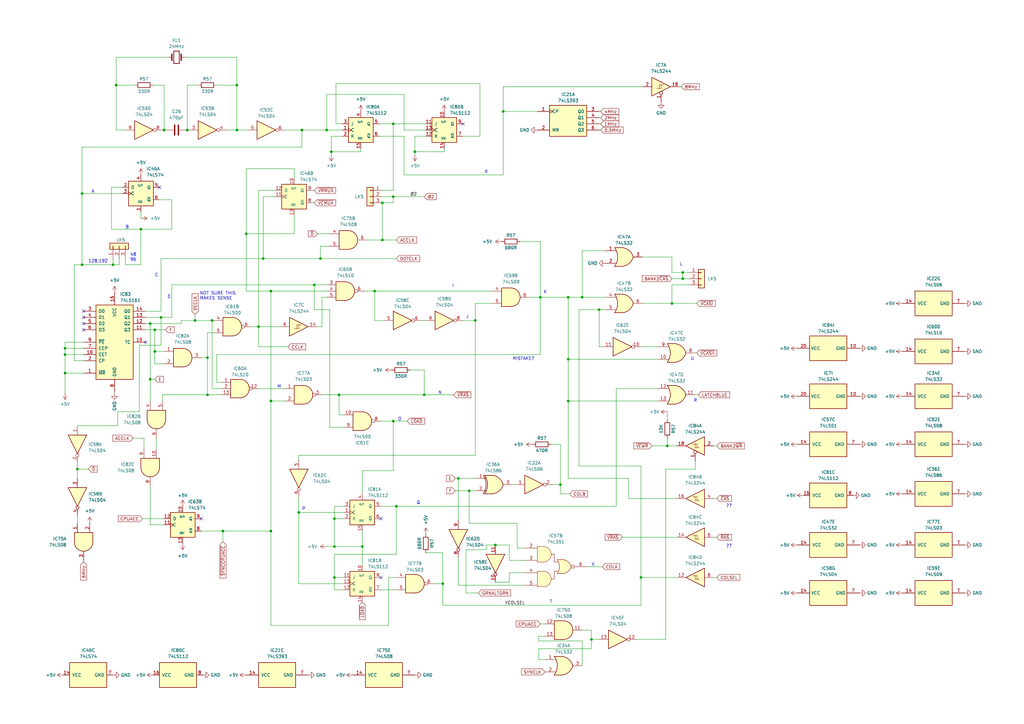
<source format=kicad_sch>
(kicad_sch (version 20230121) (generator eeschema)
  (paper "A3")
  (junction (at 31.75 192.405))
  (junction (at 233.045 164.465))
  (junction (at 273.685 182.88))
  (junction (at 156.845 83.185))
  (junction (at 137.16 212.725))
  (junction (at 97.155 34.925))
  (junction (at 135.89 62.23))
  (junction (at 139.065 161.925))
  (junction (at 107.95 106.045))
  (junction (at 63.5 135.255))
  (junction (at 97.155 53.34))
  (junction (at 137.16 236.855))
  (junction (at 76.835 53.34))
  (junction (at 100.965 95.885))
  (junction (at 194.945 131.445))
  (junction (at 148.59 224.155))
  (junction (at 229.87 198.755))
  (junction (at 161.29 172.72))
  (junction (at 161.29 80.645))
  (junction (at 156.845 98.425))
  (junction (at 280.035 111.76))
  (junction (at 153.67 119.38))
  (junction (at 57.785 93.98))
  (junction (at 187.96 196.215))
  (junction (at 46.355 108.585))
  (junction (at 262.89 236.855))
  (junction (at 26.67 142.875))
  (junction (at 133.985 53.34))
  (junction (at 238.76 121.92))
  (junction (at 192.405 201.295))
  (junction (at 80.01 131.445))
  (junction (at 162.56 207.645))
  (junction (at 33.655 108.585))
  (junction (at 61.595 155.575))
  (junction (at 111.125 217.805))
  (junction (at 111.125 119.38))
  (junction (at 128.905 116.84))
  (junction (at 91.44 217.805))
  (junction (at 233.045 147.32))
  (junction (at 106.045 133.985))
  (junction (at 26.67 145.415))
  (junction (at 170.18 62.23))
  (junction (at 67.31 53.34))
  (junction (at 66.04 130.175))
  (junction (at 245.745 127))
  (junction (at 111.125 164.465))
  (junction (at 242.57 262.255))
  (junction (at 26.67 153.035))
  (junction (at 203.2 223.52))
  (junction (at 221.615 121.92))
  (junction (at 86.995 131.445))
  (junction (at 123.825 53.34))
  (junction (at 122.555 210.185))
  (junction (at 137.16 224.155))
  (junction (at 131.445 106.045))
  (junction (at 47.625 34.925))
  (junction (at 85.09 161.925))
  (junction (at 61.595 132.715))
  (junction (at 181.61 239.395))
  (junction (at 206.375 45.72))
  (junction (at 85.09 146.685))
  (junction (at 275.59 124.46))
  (junction (at 173.99 161.925))
  (junction (at 233.045 121.92))
  (junction (at 33.655 79.375))
  (junction (at 280.035 114.3))
  (junction (at 161.29 50.8))
  (junction (at 63.5 144.145))
  (no_connect (at 82.55 212.725))
  (no_connect (at 34.29 130.175))
  (no_connect (at 156.21 212.725))
  (no_connect (at 34.29 127.635))
  (no_connect (at 34.29 135.255))
  (no_connect (at 59.69 140.335))
  (no_connect (at 65.405 76.835))
  (no_connect (at 156.21 236.855))
  (no_connect (at 34.29 132.715))
  (no_connect (at 189.865 50.8))
  (wire (pts (xy 48.26 168.91) (xy 48.26 174.625)))
  (wire (pts (xy 165.735 38.735) (xy 165.735 53.34)))
  (wire (pts (xy 47.625 53.34) (xy 47.625 34.925)))
  (wire (pts (xy 132.08 133.985) (xy 132.08 121.92)))
  (wire (pts (xy 86.995 131.445) (xy 86.995 159.385)))
  (wire (pts (xy 63.5 144.145) (xy 63.5 135.255)))
  (wire (pts (xy 150.495 98.425) (xy 156.845 98.425)))
  (wire (pts (xy 275.59 105.41) (xy 275.59 111.76)))
  (wire (pts (xy 267.335 182.88) (xy 273.685 182.88)))
  (wire (pts (xy 156.845 98.425) (xy 162.56 98.425)))
  (wire (pts (xy 57.785 89.535) (xy 57.785 86.995)))
  (wire (pts (xy 238.76 262.89) (xy 220.98 262.89)))
  (wire (pts (xy 245.745 142.24) (xy 247.65 142.24)))
  (wire (pts (xy 262.89 236.855) (xy 277.495 236.855)))
  (wire (pts (xy 80.01 128.905) (xy 80.01 131.445)))
  (wire (pts (xy 220.98 262.89) (xy 220.98 260.985)))
  (wire (pts (xy 59.055 179.705) (xy 59.055 184.15)))
  (wire (pts (xy 45.72 76.835) (xy 45.72 93.98)))
  (wire (pts (xy 97.155 53.34) (xy 97.155 34.925)))
  (wire (pts (xy 212.09 214.63) (xy 192.405 214.63)))
  (wire (pts (xy 242.57 266.065) (xy 242.57 262.255)))
  (wire (pts (xy 67.31 53.34) (xy 68.58 53.34)))
  (wire (pts (xy 156.21 207.645) (xy 162.56 207.645)))
  (wire (pts (xy 85.09 161.925) (xy 66.675 161.925)))
  (wire (pts (xy 120.65 95.885) (xy 100.965 95.885)))
  (wire (pts (xy 237.49 127) (xy 237.49 191.135)))
  (wire (pts (xy 123.825 60.325) (xy 33.655 60.325)))
  (wire (pts (xy 88.9 156.845) (xy 90.805 156.845)))
  (wire (pts (xy 88.9 34.925) (xy 97.155 34.925)))
  (wire (pts (xy 148.59 224.155) (xy 148.59 231.775)))
  (wire (pts (xy 257.81 196.215) (xy 257.81 204.47)))
  (wire (pts (xy 58.42 212.725) (xy 67.31 212.725)))
  (wire (pts (xy 186.055 161.925) (xy 173.99 161.925)))
  (wire (pts (xy 133.985 119.38) (xy 111.125 119.38)))
  (wire (pts (xy 133.985 53.34) (xy 140.335 53.34)))
  (wire (pts (xy 135.255 127) (xy 135.255 175.26)))
  (wire (pts (xy 106.045 78.105) (xy 106.045 133.985)))
  (wire (pts (xy 85.09 146.685) (xy 82.55 146.685)))
  (wire (pts (xy 212.09 224.79) (xy 215.265 224.79)))
  (wire (pts (xy 162.56 207.645) (xy 162.56 227.33)))
  (wire (pts (xy 88.9 145.415) (xy 221.615 145.415)))
  (wire (pts (xy 120.65 88.265) (xy 120.65 95.885)))
  (wire (pts (xy 86.995 159.385) (xy 90.805 159.385)))
  (wire (pts (xy 191.135 225.425) (xy 191.135 243.205)))
  (wire (pts (xy 123.825 53.34) (xy 133.985 53.34)))
  (wire (pts (xy 237.49 191.135) (xy 262.89 191.135)))
  (wire (pts (xy 161.29 78.105) (xy 161.29 50.8)))
  (wire (pts (xy 106.045 133.985) (xy 114.935 133.985)))
  (wire (pts (xy 77.47 53.34) (xy 76.835 53.34)))
  (wire (pts (xy 61.595 155.575) (xy 61.595 164.465)))
  (wire (pts (xy 211.455 198.755) (xy 210.185 198.755)))
  (wire (pts (xy 122.555 203.835) (xy 122.555 210.185)))
  (wire (pts (xy 186.69 201.295) (xy 192.405 201.295)))
  (wire (pts (xy 273.685 179.705) (xy 273.685 182.88)))
  (wire (pts (xy 275.59 111.76) (xy 280.035 111.76)))
  (wire (pts (xy 57.15 141.605) (xy 57.15 168.91)))
  (wire (pts (xy 189.865 55.88) (xy 196.85 55.88)))
  (wire (pts (xy 255.27 220.345) (xy 277.495 220.345)))
  (wire (pts (xy 148.59 217.805) (xy 148.59 224.155)))
  (wire (pts (xy 122.555 210.185) (xy 140.97 210.185)))
  (wire (pts (xy 189.865 131.445) (xy 194.945 131.445)))
  (wire (pts (xy 174.625 55.88) (xy 170.18 55.88)))
  (wire (pts (xy 116.84 53.34) (xy 123.825 53.34)))
  (wire (pts (xy 51.435 106.045) (xy 51.435 108.585)))
  (wire (pts (xy 221.615 99.06) (xy 213.36 99.06)))
  (wire (pts (xy 131.445 100.965) (xy 131.445 106.045)))
  (wire (pts (xy 215.265 229.87) (xy 208.915 229.87)))
  (wire (pts (xy 31.75 174.625) (xy 48.26 174.625)))
  (wire (pts (xy 187.96 240.03) (xy 187.96 228.6)))
  (wire (pts (xy 47.625 23.495) (xy 68.58 23.495)))
  (wire (pts (xy 139.065 170.18) (xy 139.065 161.925)))
  (wire (pts (xy 294.005 182.88) (xy 292.735 182.88)))
  (wire (pts (xy 100.965 95.885) (xy 100.965 69.215)))
  (wire (pts (xy 111.125 119.38) (xy 100.965 119.38)))
  (wire (pts (xy 220.98 266.065) (xy 242.57 266.065)))
  (wire (pts (xy 273.05 192.405) (xy 285.115 192.405)))
  (wire (pts (xy 165.735 55.88) (xy 165.735 71.755)))
  (wire (pts (xy 33.655 79.375) (xy 50.165 79.375)))
  (wire (pts (xy 34.29 230.505) (xy 34.29 229.87)))
  (wire (pts (xy 135.89 62.23) (xy 135.89 63.5)))
  (wire (pts (xy 122.555 186.69) (xy 194.945 186.69)))
  (wire (pts (xy 221.615 121.92) (xy 221.615 99.06)))
  (wire (pts (xy 133.985 38.735) (xy 165.735 38.735)))
  (wire (pts (xy 199.39 223.52) (xy 199.39 225.425)))
  (wire (pts (xy 245.745 127) (xy 237.49 127)))
  (wire (pts (xy 26.67 145.415) (xy 26.67 153.035)))
  (wire (pts (xy 153.67 119.38) (xy 201.93 119.38)))
  (wire (pts (xy 70.485 93.98) (xy 70.485 81.915)))
  (wire (pts (xy 246.38 45.72) (xy 245.745 45.72)))
  (wire (pts (xy 34.29 140.335) (xy 26.67 140.335)))
  (wire (pts (xy 51.435 108.585) (xy 57.785 108.585)))
  (wire (pts (xy 170.18 55.88) (xy 170.18 62.23)))
  (wire (pts (xy 137.16 236.855) (xy 140.97 236.855)))
  (wire (pts (xy 246.38 48.26) (xy 245.745 48.26)))
  (wire (pts (xy 85.09 146.685) (xy 85.09 161.925)))
  (wire (pts (xy 221.615 255.905) (xy 223.52 255.905)))
  (wire (pts (xy 273.685 168.91) (xy 273.685 172.085)))
  (wire (pts (xy 46.99 161.29) (xy 46.99 160.655)))
  (wire (pts (xy 173.99 161.925) (xy 139.065 161.925)))
  (wire (pts (xy 130.175 133.985) (xy 132.08 133.985)))
  (wire (pts (xy 156.845 78.105) (xy 161.29 78.105)))
  (wire (pts (xy 87.63 136.525) (xy 85.09 136.525)))
  (wire (pts (xy 67.31 149.225) (xy 63.5 149.225)))
  (wire (pts (xy 248.285 127) (xy 245.745 127)))
  (wire (pts (xy 47.625 34.925) (xy 47.625 23.495)))
  (wire (pts (xy 131.445 106.045) (xy 162.56 106.045)))
  (wire (pts (xy 51.435 53.34) (xy 47.625 53.34)))
  (wire (pts (xy 135.255 175.26) (xy 140.97 175.26)))
  (wire (pts (xy 61.595 132.715) (xy 61.595 155.575)))
  (wire (pts (xy 229.87 202.565) (xy 233.68 202.565)))
  (wire (pts (xy 221.615 145.415) (xy 221.615 121.92)))
  (wire (pts (xy 248.285 102.87) (xy 238.76 102.87)))
  (wire (pts (xy 196.85 34.29) (xy 137.795 34.29)))
  (wire (pts (xy 263.525 105.41) (xy 275.59 105.41)))
  (wire (pts (xy 111.125 217.805) (xy 111.125 256.54)))
  (wire (pts (xy 252.73 159.385) (xy 252.73 207.645)))
  (wire (pts (xy 263.525 124.46) (xy 275.59 124.46)))
  (wire (pts (xy 233.045 164.465) (xy 269.875 164.465)))
  (wire (pts (xy 208.915 238.76) (xy 208.915 234.95)))
  (wire (pts (xy 47.625 34.925) (xy 55.245 34.925)))
  (wire (pts (xy 196.85 55.88) (xy 196.85 34.29)))
  (wire (pts (xy 294.005 236.855) (xy 292.735 236.855)))
  (wire (pts (xy 113.03 78.105) (xy 106.045 78.105)))
  (wire (pts (xy 156.21 241.935) (xy 162.56 241.935)))
  (wire (pts (xy 100.965 119.38) (xy 100.965 95.885)))
  (wire (pts (xy 74.295 132.715) (xy 74.295 131.445)))
  (wire (pts (xy 262.89 191.135) (xy 262.89 236.855)))
  (wire (pts (xy 128.905 83.185) (xy 128.27 83.185)))
  (wire (pts (xy 100.965 69.215) (xy 120.65 69.215)))
  (wire (pts (xy 242.57 258.445) (xy 238.76 258.445)))
  (wire (pts (xy 280.035 111.76) (xy 282.575 111.76)))
  (wire (pts (xy 26.67 153.035) (xy 34.29 153.035)))
  (wire (pts (xy 59.69 130.175) (xy 66.04 130.175)))
  (wire (pts (xy 229.87 182.245) (xy 226.06 182.245)))
  (wire (pts (xy 187.96 196.215) (xy 187.96 213.36)))
  (wire (pts (xy 31.75 192.405) (xy 36.195 192.405)))
  (wire (pts (xy 61.595 199.39) (xy 61.595 215.265)))
  (wire (pts (xy 192.405 214.63) (xy 192.405 201.295)))
  (wire (pts (xy 221.615 121.92) (xy 233.045 121.92)))
  (wire (pts (xy 66.04 127.635) (xy 66.04 106.045)))
  (wire (pts (xy 162.56 227.33) (xy 137.16 227.33)))
  (wire (pts (xy 128.905 127) (xy 135.255 127)))
  (wire (pts (xy 199.39 225.425) (xy 191.135 225.425)))
  (wire (pts (xy 233.045 121.92) (xy 233.045 147.32)))
  (wire (pts (xy 128.905 78.105) (xy 128.27 78.105)))
  (wire (pts (xy 260.985 262.255) (xy 273.05 262.255)))
  (wire (pts (xy 181.61 226.695) (xy 181.61 239.395)))
  (wire (pts (xy 111.125 217.805) (xy 91.44 217.805)))
  (wire (pts (xy 106.045 133.985) (xy 106.045 142.24)))
  (wire (pts (xy 191.135 243.205) (xy 196.215 243.205)))
  (wire (pts (xy 273.685 182.88) (xy 277.495 182.88)))
  (wire (pts (xy 70.485 81.915) (xy 65.405 81.915)))
  (wire (pts (xy 238.76 102.87) (xy 238.76 121.92)))
  (wire (pts (xy 33.655 108.585) (xy 33.655 79.375)))
  (wire (pts (xy 156.845 83.185) (xy 161.29 83.185)))
  (wire (pts (xy 242.57 262.255) (xy 245.745 262.255)))
  (wire (pts (xy 285.115 192.405) (xy 285.115 189.23)))
  (wire (pts (xy 269.875 159.385) (xy 252.73 159.385)))
  (wire (pts (xy 63.5 144.145) (xy 67.31 144.145)))
  (wire (pts (xy 91.44 217.805) (xy 82.55 217.805)))
  (wire (pts (xy 59.69 132.715) (xy 61.595 132.715)))
  (wire (pts (xy 277.495 204.47) (xy 257.81 204.47)))
  (wire (pts (xy 26.67 145.415) (xy 34.29 145.415)))
  (wire (pts (xy 59.69 127.635) (xy 66.04 127.635)))
  (wire (pts (xy 155.575 50.8) (xy 161.29 50.8)))
  (wire (pts (xy 91.44 222.25) (xy 91.44 217.805)))
  (wire (pts (xy 106.045 159.385) (xy 116.84 159.385)))
  (wire (pts (xy 26.67 142.875) (xy 26.67 145.415)))
  (wire (pts (xy 107.95 106.045) (xy 131.445 106.045)))
  (wire (pts (xy 26.67 142.875) (xy 34.29 142.875)))
  (wire (pts (xy 76.835 53.34) (xy 76.2 53.34)))
  (wire (pts (xy 26.67 140.335) (xy 26.67 142.875)))
  (wire (pts (xy 153.67 131.445) (xy 157.48 131.445)))
  (wire (pts (xy 159.385 236.855) (xy 162.56 236.855)))
  (wire (pts (xy 111.125 164.465) (xy 111.125 217.805)))
  (wire (pts (xy 229.87 198.755) (xy 229.87 182.245)))
  (wire (pts (xy 31.75 192.405) (xy 31.75 196.215)))
  (wire (pts (xy 246.38 53.34) (xy 245.745 53.34)))
  (wire (pts (xy 137.795 50.8) (xy 140.335 50.8)))
  (wire (pts (xy 203.2 223.52) (xy 199.39 223.52)))
  (wire (pts (xy 285.75 144.78) (xy 285.115 144.78)))
  (wire (pts (xy 66.04 130.175) (xy 70.485 130.175)))
  (wire (pts (xy 70.485 130.175) (xy 70.485 116.84)))
  (wire (pts (xy 128.905 116.84) (xy 128.905 127)))
  (wire (pts (xy 122.555 188.595) (xy 122.555 186.69)))
  (wire (pts (xy 206.375 71.755) (xy 206.375 45.72)))
  (wire (pts (xy 66.675 53.34) (xy 67.31 53.34)))
  (wire (pts (xy 66.04 106.045) (xy 107.95 106.045)))
  (wire (pts (xy 34.29 147.955) (xy 30.48 147.955)))
  (wire (pts (xy 137.795 34.29) (xy 137.795 50.8)))
  (wire (pts (xy 233.045 164.465) (xy 233.045 196.215)))
  (wire (pts (xy 177.8 239.395) (xy 181.61 239.395)))
  (wire (pts (xy 212.09 224.79) (xy 212.09 214.63)))
  (wire (pts (xy 206.375 45.72) (xy 220.345 45.72)))
  (wire (pts (xy 31.75 189.865) (xy 31.75 192.405)))
  (wire (pts (xy 226.695 198.755) (xy 229.87 198.755)))
  (wire (pts (xy 275.59 114.3) (xy 280.035 114.3)))
  (wire (pts (xy 269.875 142.24) (xy 262.89 142.24)))
  (wire (pts (xy 194.945 131.445) (xy 194.945 186.69)))
  (wire (pts (xy 97.155 23.495) (xy 76.2 23.495)))
  (wire (pts (xy 275.59 124.46) (xy 275.59 116.84)))
  (wire (pts (xy 208.915 229.87) (xy 208.915 223.52)))
  (wire (pts (xy 111.125 256.54) (xy 159.385 256.54)))
  (wire (pts (xy 88.9 145.415) (xy 88.9 156.845)))
  (wire (pts (xy 173.99 151.765) (xy 173.99 161.925)))
  (wire (pts (xy 238.76 273.05) (xy 238.76 262.89)))
  (wire (pts (xy 140.335 55.88) (xy 135.89 55.88)))
  (wire (pts (xy 139.065 161.925) (xy 132.08 161.925)))
  (wire (pts (xy 223.52 270.51) (xy 220.98 270.51)))
  (wire (pts (xy 182.245 62.23) (xy 170.18 62.23)))
  (wire (pts (xy 46.355 108.585) (xy 33.655 108.585)))
  (wire (pts (xy 137.16 224.155) (xy 148.59 224.155)))
  (wire (pts (xy 63.5 149.225) (xy 63.5 144.145)))
  (wire (pts (xy 181.61 239.395) (xy 181.61 248.285)))
  (wire (pts (xy 172.72 131.445) (xy 174.625 131.445)))
  (wire (pts (xy 85.09 136.525) (xy 85.09 146.685)))
  (wire (pts (xy 64.135 184.15) (xy 64.135 179.705)))
  (wire (pts (xy 57.785 93.98) (xy 70.485 93.98)))
  (wire (pts (xy 57.15 168.91) (xy 48.26 168.91)))
  (wire (pts (xy 208.915 223.52) (xy 203.2 223.52)))
  (wire (pts (xy 137.16 212.725) (xy 137.16 224.155)))
  (wire (pts (xy 107.95 80.645) (xy 107.95 106.045)))
  (wire (pts (xy 140.97 170.18) (xy 139.065 170.18)))
  (wire (pts (xy 137.16 207.645) (xy 137.16 212.725)))
  (wire (pts (xy 280.035 111.76) (xy 280.035 114.3)))
  (wire (pts (xy 123.825 53.34) (xy 123.825 60.325)))
  (wire (pts (xy 233.045 147.32) (xy 269.875 147.32)))
  (wire (pts (xy 106.045 142.24) (xy 118.11 142.24)))
  (wire (pts (xy 161.29 50.8) (xy 174.625 50.8)))
  (wire (pts (xy 275.59 116.84) (xy 282.575 116.84)))
  (wire (pts (xy 57.785 108.585) (xy 57.785 93.98)))
  (wire (pts (xy 122.555 239.395) (xy 140.97 239.395)))
  (wire (pts (xy 133.985 224.155) (xy 137.16 224.155)))
  (wire (pts (xy 220.98 270.51) (xy 220.98 266.065)))
  (wire (pts (xy 156.845 80.645) (xy 161.29 80.645)))
  (wire (pts (xy 262.89 248.285) (xy 262.89 236.855)))
  (wire (pts (xy 147.955 60.96) (xy 147.955 62.23)))
  (wire (pts (xy 246.38 50.8) (xy 245.745 50.8)))
  (wire (pts (xy 181.61 248.285) (xy 262.89 248.285)))
  (wire (pts (xy 187.96 196.215) (xy 194.945 196.215)))
  (wire (pts (xy 130.175 95.885) (xy 135.255 95.885)))
  (wire (pts (xy 97.155 34.925) (xy 97.155 23.495)))
  (wire (pts (xy 48.895 106.045) (xy 48.895 108.585)))
  (wire (pts (xy 161.29 83.185) (xy 161.29 80.645)))
  (wire (pts (xy 208.915 234.95) (xy 215.265 234.95)))
  (wire (pts (xy 70.485 116.84) (xy 128.905 116.84)))
  (wire (pts (xy 74.295 131.445) (xy 80.01 131.445)))
  (wire (pts (xy 50.165 76.835) (xy 45.72 76.835)))
  (wire (pts (xy 148.59 202.565) (xy 148.59 193.04)))
  (wire (pts (xy 61.595 215.265) (xy 67.31 215.265)))
  (wire (pts (xy 233.045 121.92) (xy 238.76 121.92)))
  (wire (pts (xy 33.655 60.325) (xy 33.655 79.375)))
  (wire (pts (xy 233.045 147.32) (xy 233.045 164.465)))
  (wire (pts (xy 113.03 80.645) (xy 107.95 80.645)))
  (wire (pts (xy 161.29 193.04) (xy 161.29 172.72)))
  (wire (pts (xy 286.385 161.925) (xy 285.115 161.925)))
  (wire (pts (xy 229.87 202.565) (xy 229.87 198.755)))
  (wire (pts (xy 85.09 161.925) (xy 90.805 161.925)))
  (wire (pts (xy 63.5 135.255) (xy 67.945 135.255)))
  (wire (pts (xy 61.595 155.575) (xy 63.5 155.575)))
  (wire (pts (xy 30.48 147.955) (xy 30.48 108.585)))
  (wire (pts (xy 135.89 55.88) (xy 135.89 62.23)))
  (wire (pts (xy 106.045 133.985) (xy 102.87 133.985)))
  (wire (pts (xy 122.555 210.185) (xy 122.555 239.395)))
  (wire (pts (xy 148.59 193.04) (xy 161.29 193.04)))
  (wire (pts (xy 194.945 124.46) (xy 201.93 124.46)))
  (wire (pts (xy 66.04 141.605) (xy 57.15 141.605)))
  (wire (pts (xy 159.385 256.54) (xy 159.385 236.855)))
  (wire (pts (xy 242.57 262.255) (xy 242.57 258.445)))
  (wire (pts (xy 45.72 93.98) (xy 57.785 93.98)))
  (wire (pts (xy 46.355 106.045) (xy 46.355 108.585)))
  (wire (pts (xy 31.75 214.63) (xy 31.75 211.455)))
  (wire (pts (xy 120.65 69.215) (xy 120.65 73.025)))
  (wire (pts (xy 137.16 212.725) (xy 140.97 212.725)))
  (wire (pts (xy 245.745 127) (xy 245.745 142.24)))
  (wire (pts (xy 48.895 108.585) (xy 46.355 108.585)))
  (wire (pts (xy 215.265 240.03) (xy 187.96 240.03)))
  (wire (pts (xy 81.28 34.925) (xy 76.835 34.925)))
  (wire (pts (xy 280.035 114.3) (xy 282.575 114.3)))
  (wire (pts (xy 66.04 130.175) (xy 66.04 141.605)))
  (wire (pts (xy 220.98 260.985) (xy 223.52 260.985)))
  (wire (pts (xy 233.045 196.215) (xy 257.81 196.215)))
  (wire (pts (xy 135.255 100.965) (xy 131.445 100.965)))
  (wire (pts (xy 273.05 262.255) (xy 273.05 192.405)))
  (wire (pts (xy 66.675 161.925) (xy 66.675 164.465)))
  (wire (pts (xy 54.61 179.705) (xy 59.055 179.705)))
  (wire (pts (xy 140.97 207.645) (xy 137.16 207.645)))
  (wire (pts (xy 30.48 108.585) (xy 33.655 108.585)))
  (wire (pts (xy 132.08 121.92) (xy 133.985 121.92)))
  (wire (pts (xy 173.99 151.765) (xy 168.275 151.765)))
  (wire (pts (xy 101.6 53.34) (xy 97.155 53.34)))
  (wire (pts (xy 67.31 34.925) (xy 67.31 53.34)))
  (wire (pts (xy 162.56 207.645) (xy 252.73 207.645)))
  (wire (pts (xy 170.18 62.23) (xy 170.18 63.5)))
  (wire (pts (xy 80.01 131.445) (xy 86.995 131.445)))
  (wire (pts (xy 279.4 35.56) (xy 278.765 35.56)))
  (wire (pts (xy 247.015 232.41) (xy 240.665 232.41)))
  (wire (pts (xy 153.67 119.38) (xy 153.67 131.445)))
  (wire (pts (xy 294.005 204.47) (xy 292.735 204.47)))
  (wire (pts (xy 161.29 172.72) (xy 156.21 172.72)))
  (wire (pts (xy 167.005 172.72) (xy 161.29 172.72)))
  (wire (pts (xy 217.17 121.92) (xy 221.615 121.92)))
  (wire (pts (xy 203.2 238.76) (xy 208.915 238.76)))
  (wire (pts (xy 186.69 196.215) (xy 187.96 196.215)))
  (wire (pts (xy 263.525 35.56) (xy 206.375 35.56)))
  (wire (pts (xy 238.76 121.92) (xy 248.285 121.92)))
  (wire (pts (xy 165.735 71.755) (xy 206.375 71.755)))
  (wire (pts (xy 155.575 55.88) (xy 165.735 55.88)))
  (wire (pts (xy 137.16 227.33) (xy 137.16 236.855)))
  (wire (pts (xy 192.405 201.295) (xy 194.945 201.295)))
  (wire (pts (xy 61.595 132.715) (xy 74.295 132.715)))
  (wire (pts (xy 174.625 226.695) (xy 181.61 226.695)))
  (wire (pts (xy 133.985 53.34) (xy 133.985 38.735)))
  (wire (pts (xy 63.5 135.255) (xy 59.69 135.255)))
  (wire (pts (xy 128.905 116.84) (xy 133.985 116.84)))
  (wire (pts (xy 111.125 119.38) (xy 111.125 164.465)))
  (wire (pts (xy 165.735 53.34) (xy 174.625 53.34)))
  (wire (pts (xy 76.835 34.925) (xy 76.835 53.34)))
  (wire (pts (xy 86.995 131.445) (xy 87.63 131.445)))
  (wire (pts (xy 140.97 241.935) (xy 137.16 241.935)))
  (wire (pts (xy 206.375 35.56) (xy 206.375 45.72)))
  (wire (pts (xy 26.67 153.035) (xy 26.67 161.29)))
  (wire (pts (xy 92.71 53.34) (xy 97.155 53.34)))
  (wire (pts (xy 294.005 220.345) (xy 292.735 220.345)))
  (wire (pts (xy 111.125 164.465) (xy 116.84 164.465)))
  (wire (pts (xy 137.16 241.935) (xy 137.16 236.855)))
  (wire (pts (xy 182.245 60.96) (xy 182.245 62.23)))
  (wire (pts (xy 149.225 119.38) (xy 153.67 119.38)))
  (wire (pts (xy 62.865 34.925) (xy 67.31 34.925)))
  (wire (pts (xy 161.29 80.645) (xy 173.99 80.645)))
  (wire (pts (xy 156.845 83.185) (xy 156.845 98.425)))
  (wire (pts (xy 275.59 124.46) (xy 285.75 124.46)))
  (wire (pts (xy 147.955 62.23) (xy 135.89 62.23)))
  (wire (pts (xy 194.945 131.445) (xy 194.945 124.46)))
  (text "U" (at 283.21 147.955 0) (effects (font (size 1.27 1.27)) (justify left bottom)))
  (text "K" (at 222.885 120.65 0) (effects (font (size 1.27 1.27)) (justify left bottom)))
  (text "R" (at 284.48 165.1 0) (effects (font (size 1.27 1.27)) (justify left bottom)))
  (text "I" (at 185.42 118.11 0) (effects (font (size 1.27 1.27)) (justify left bottom)))
  (text "P" (at 123.825 209.55 0) (effects (font (size 1.27 1.27)) (justify left bottom)))
  (text "128,192" (at 36.195 107.95 0) (effects (font (size 1.27 1.27)) (justify left bottom)))
  (text "B" (at 51.435 93.98 0) (effects (font (size 1.27 1.27)) (justify left bottom)))
  (text "A" (at 37.465 79.375 0) (effects (font (size 1.27 1.27)) (justify left bottom)))
  (text "??" (at 297.815 208.28 0) (effects (font (size 1.27 1.27)) (justify left bottom)))
  (text "N" (at 179.705 161.925 0) (effects (font (size 1.27 1.27)) (justify left bottom)))
  (text "C" (at 63.5 113.665 0) (effects (font (size 1.27 1.27)) (justify left bottom)))
  (text "d" (at 198.755 71.12 0) (effects (font (size 1.27 1.27)) (justify left bottom)))
  (text "D" (at 68.58 122.555 0) (effects (font (size 1.27 1.27)) (justify left bottom)))
  (text "48\n96" (at 53.34 107.315 0) (effects (font (size 1.27 1.27)) (justify left bottom)))
  (text "L" (at 278.765 109.22 0) (effects (font (size 1.27 1.27)) (justify left bottom)))
  (text "J" (at 191.135 130.81 0) (effects (font (size 1.27 1.27)) (justify left bottom)))
  (text "??" (at 297.815 224.79 0) (effects (font (size 1.27 1.27)) (justify left bottom)))
  (text "X" (at 242.57 232.41 0) (effects (font (size 1.27 1.27)) (justify left bottom)))
  (text "NOT SURE THIS\nMAKES SENSE" (at 81.915 123.19 0) (effects (font (size 1.27 1.27)) (justify left bottom)))
  (text "MISTAKE?" (at 210.185 147.955 0) (effects (font (size 1.27 1.27)) (justify left bottom)))
  (text "T" (at 225.425 247.65 0) (effects (font (size 1.27 1.27)) (justify left bottom)))
  (text "O" (at 163.195 172.72 0) (effects (font (size 1.27 1.27)) (justify left bottom)))
  (text "M" (at 113.665 159.385 0) (effects (font (size 1.27 1.27)) (justify left bottom)))
  (text "Q" (at 170.815 207.01 0) (effects (font (size 1.27 1.27)) (justify left bottom)))
  (label "VCOLSEL" (at 207.01 248.285 0))
  (label "Ø2" (at 168.275 80.645 0))
  (global_label "ACCLK" (shape input) (at 54.61 179.705 180) (property "Intersheetrefs" "${INTERSHEET_REFS}" (effects hide)))
  (global_label "~{VCASI}" (shape input) (at 285.75 124.46 0) (property "Intersheetrefs" "${INTERSHEET_REFS}" (effects hide)))
  (global_label "E" (shape input) (at 186.69 196.215 180) (property "Intersheetrefs" "${INTERSHEET_REFS}" (effects hide)))
  (global_label "8MHz" (shape input) (at 279.4 35.56 0) (property "Intersheetrefs" "${INTERSHEET_REFS}" (effects hide)))
  (global_label "Ø2" (shape input) (at 173.99 80.645 0) (property "Intersheetrefs" "${INTERSHEET_REFS}" (effects hide)))
  (global_label "~{D}" (shape input) (at 36.195 192.405 0) (property "Intersheetrefs" "${INTERSHEET_REFS}" (effects hide)))
  (global_label "~{VCASII}" (shape input) (at 285.75 144.78 0) (property "Intersheetrefs" "${INTERSHEET_REFS}" (effects hide)))
  (global_label "0.5MHz" (shape input) (at 246.38 53.34 0) (property "Intersheetrefs" "${INTERSHEET_REFS}" (effects hide)))
  (global_label "CPUACC" (shape input) (at 58.42 212.725 180) (property "Intersheetrefs" "${INTERSHEET_REFS}" (effects hide)))
  (global_label "~{VEWR}" (shape input) (at 267.335 182.88 180) (property "Intersheetrefs" "${INTERSHEET_REFS}" (effects hide)))
  (global_label "~{SYNCCPUACC}" (shape input) (at 91.44 222.25 270) (property "Intersheetrefs" "${INTERSHEET_REFS}" (effects hide)))
  (global_label "GRNALTGRN" (shape input) (at 196.215 243.205 0) (property "Intersheetrefs" "${INTERSHEET_REFS}" (effects hide)))
  (global_label "CCLK" (shape input) (at 118.11 142.24 0) (property "Intersheetrefs" "${INTERSHEET_REFS}" (effects hide)))
  (global_label "BANK2~{CAS}" (shape input) (at 275.59 114.3 180) (property "Intersheetrefs" "${INTERSHEET_REFS}" (effects hide)))
  (global_label "COLB" (shape input) (at 233.68 202.565 0) (property "Intersheetrefs" "${INTERSHEET_REFS}" (effects hide)))
  (global_label "~{VRMUX}" (shape input) (at 128.905 78.105 0) (property "Intersheetrefs" "${INTERSHEET_REFS}" (effects hide)))
  (global_label "F" (shape input) (at 67.945 135.255 0) (property "Intersheetrefs" "${INTERSHEET_REFS}" (effects hide)))
  (global_label "COLSEL" (shape input) (at 294.005 236.855 0) (property "Intersheetrefs" "${INTERSHEET_REFS}" (effects hide)))
  (global_label "~{LOAD}" (shape input) (at 148.59 247.015 270) (property "Intersheetrefs" "${INTERSHEET_REFS}" (effects hide)))
  (global_label "~{VRAS}" (shape input) (at 186.055 161.925 0) (property "Intersheetrefs" "${INTERSHEET_REFS}" (effects hide)))
  (global_label "DECLK" (shape input) (at 80.01 128.905 90) (property "Intersheetrefs" "${INTERSHEET_REFS}" (effects hide)))
  (global_label "~{VRAS}" (shape input) (at 255.27 220.345 180) (property "Intersheetrefs" "${INTERSHEET_REFS}" (effects hide)))
  (global_label "4MHz" (shape input) (at 246.38 45.72 0) (property "Intersheetrefs" "${INTERSHEET_REFS}" (effects hide)))
  (global_label "BANK2~{WR}" (shape input) (at 294.005 182.88 0) (property "Intersheetrefs" "${INTERSHEET_REFS}" (effects hide)))
  (global_label "2MHz" (shape input) (at 246.38 48.26 0) (property "Intersheetrefs" "${INTERSHEET_REFS}" (effects hide)))
  (global_label "~{VCMUX}" (shape input) (at 128.905 83.185 0) (property "Intersheetrefs" "${INTERSHEET_REFS}" (effects hide)))
  (global_label "1MHz" (shape input) (at 246.38 50.8 0) (property "Intersheetrefs" "${INTERSHEET_REFS}" (effects hide)))
  (global_label "DOTCLK" (shape input) (at 162.56 106.045 0) (property "Intersheetrefs" "${INTERSHEET_REFS}" (effects hide)))
  (global_label "COLA" (shape input) (at 247.015 232.41 0) (property "Intersheetrefs" "${INTERSHEET_REFS}" (effects hide)))
  (global_label "~{CAS}" (shape input) (at 294.005 204.47 0) (property "Intersheetrefs" "${INTERSHEET_REFS}" (effects hide)))
  (global_label "CPUACC" (shape input) (at 221.615 255.905 180) (property "Intersheetrefs" "${INTERSHEET_REFS}" (effects hide)))
  (global_label "~{D}" (shape input) (at 130.175 95.885 180) (property "Intersheetrefs" "${INTERSHEET_REFS}" (effects hide)))
  (global_label "LATCHBLUE" (shape input) (at 286.385 161.925 0) (property "Intersheetrefs" "${INTERSHEET_REFS}" (effects hide)))
  (global_label "6MHz" (shape input) (at 34.29 230.505 270) (property "Intersheetrefs" "${INTERSHEET_REFS}" (effects hide)))
  (global_label "~{RAS}" (shape input) (at 294.005 220.345 0) (property "Intersheetrefs" "${INTERSHEET_REFS}" (effects hide)))
  (global_label "SYNCLK" (shape input) (at 223.52 275.59 180) (property "Intersheetrefs" "${INTERSHEET_REFS}" (effects hide)))
  (global_label "ACCLK" (shape input) (at 162.56 98.425 0) (property "Intersheetrefs" "${INTERSHEET_REFS}" (effects hide)))
  (global_label "F" (shape input) (at 186.69 201.295 180) (property "Intersheetrefs" "${INTERSHEET_REFS}" (effects hide)))
  (global_label "E" (shape input) (at 63.5 155.575 0) (property "Intersheetrefs" "${INTERSHEET_REFS}" (effects hide)))
  (global_label "~{LOAD}" (shape input) (at 167.005 172.72 0) (property "Intersheetrefs" "${INTERSHEET_REFS}" (effects hide)))
  (symbol (lib_id "power:+5V") (at 370.205 182.245 90) (unit 1)
    (property "Reference" "#PWR015" (effects hide))
    (property "Value" "+5V" (at 367.03 182.245 90) (effects (justify left)))
    (instances (project "lynx128" (path "" (reference "#PWR015") (unit 1)) (path "" (reference "#PWR088") (unit 1)) (path "" (reference "#PWR0147") (unit 1))))
  )
  (symbol (lib_id "power:GND") (at 271.145 41.91 0) (mirror y) (unit 1)
    (property "Reference" "#PWR011" (effects hide))
    (property "Value" "GND" (at 271.145 46.355 0))
  )
  (symbol (lib_id "74xx:74LS32") (at 255.905 105.41 0) (unit 1)
    (property "Reference" "IC47" (at 255.905 97.155 0))
    (property "Value" "74LS32" (at 255.905 99.695 0))
    (property "Footprint" "LYNX:DIP-14_W7.62mm" (effects hide))
    (property "Datasheet" "http://www.ti.com/lit/gpn/sn74LS32" (effects hide))
  )
  (symbol (lib_id "power:+5V") (at 74.93 222.885 180) (unit 1)
    (property "Reference" "#PWR015" (effects hide))
    (property "Value" "+5V" (at 74.93 227.965 0))
    (instances (project "lynx128" (path "" (reference "#PWR015") (unit 1)) (path "" (reference "#PWR088") (unit 1)) (path "" (reference "#PWR0151") (unit 1))))
  )
  (symbol (lib_id "74xx:74LS08") (at 61.595 191.77 90) (mirror x) (unit 3)
    (property "Reference" "IC82" (at 55.245 190.4917 90) (effects (justify left)))
    (property "Value" "74LS08" (at 55.245 193.0317 90) (effects (justify left)))
    (property "Footprint" "LYNX:DIP-14_W7.62mm" (effects hide))
    (property "Datasheet" "http://www.ti.com/lit/gpn/sn74LS08" (effects hide))
  )
  (symbol (lib_id "74xx:74LS08") (at 382.905 182.245 90) (unit 5)
    (property "Reference" "IC82" (at 382.905 172.085 90))
    (property "Value" "74LS08" (at 382.905 174.625 90))
    (property "Footprint" "LYNX:DIP-14_W7.62mm" (effects hide))
    (property "Datasheet" "http://www.ti.com/lit/gpn/sn74LS08" (effects hide))
  )
  (symbol (lib_id "74xx:74LS04") (at 31.75 203.835 270) (unit 2)
    (property "Reference" "IC58" (at 36.195 202.565 90) (effects (justify left)))
    (property "Value" "74LS04" (at 36.195 205.105 90) (effects (justify left)))
    (property "Footprint" "LYNX:DIP-14_W7.62mm" (effects hide))
    (property "Datasheet" "http://www.ti.com/lit/gpn/sn74LS04" (effects hide))
  )
  (symbol (lib_id "74xx:74LS112") (at 182.245 53.34 0) (unit 2)
    (property "Reference" "IC80" (at 184.4391 43.815 0) (effects (justify left)))
    (property "Value" "74LS112" (at 184.4391 46.355 0) (effects (justify left)))
    (property "Footprint" "LYNX:DIP-16_W7.62mm" (effects hide))
    (property "Datasheet" "http://www.ti.com/lit/gpn/sn74LS112" (effects hide))
  )
  (symbol (lib_id "74xx:74LS32") (at 255.905 124.46 0) (unit 2)
    (property "Reference" "IC47" (at 255.905 116.205 0))
    (property "Value" "74LS32" (at 255.905 118.745 0))
    (property "Footprint" "LYNX:DIP-14_W7.62mm" (effects hide))
    (property "Datasheet" "http://www.ti.com/lit/gpn/sn74LS32" (effects hide))
  )
  (symbol (lib_id "power:GND") (at 395.605 124.46 90) (mirror x) (unit 1)
    (property "Reference" "#PWR040" (effects hide))
    (property "Value" "GND" (at 398.78 124.46 90) (effects (justify right)))
    (instances (project "lynx128" (path "" (reference "#PWR040") (unit 1)) (path "" (reference "#PWR048") (unit 1)) (path "" (reference "#PWR051") (unit 1)) (path "" (reference "#PWR087") (unit 1)) (path "" (reference "#PWR0177") (unit 1))))
  )
  (symbol (lib_id "74xx:74LS08") (at 74.93 146.685 0) (unit 1)
    (property "Reference" "IC82" (at 74.9217 137.795 0))
    (property "Value" "74LS08" (at 74.9217 140.335 0))
    (property "Footprint" "LYNX:DIP-14_W7.62mm" (effects hide))
    (property "Datasheet" "http://www.ti.com/lit/gpn/sn74LS08" (effects hide))
  )
  (symbol (lib_id "power:+5V") (at 26.67 161.29 180) (unit 1)
    (property "Reference" "#PWR015" (effects hide))
    (property "Value" "+5V" (at 26.67 165.735 0))
    (instances (project "lynx128" (path "" (reference "#PWR015") (unit 1)) (path "" (reference "#PWR088") (unit 1)) (path "" (reference "#PWR0143") (unit 1))))
  )
  (symbol (lib_id "74xx:74LS244_Split") (at 285.115 236.855 0) (mirror y) (unit 4)
    (property "Reference" "IC84" (at 285.115 228.6 0))
    (property "Value" "74LS244" (at 285.115 231.14 0))
    (property "Footprint" "LYNX:DIP-20_W7.62mm" (effects hide))
    (property "Datasheet" "http://www.ti.com/lit/ds/symlink/sn74ls241.pdf" (effects hide))
  )
  (symbol (lib_id "Device:C") (at 72.39 53.34 90) (unit 1)
    (property "Reference" "C26" (at 72.39 45.72 90))
    (property "Value" "470pF" (at 72.39 48.26 90))
    (property "Footprint" "LYNX:C_Disc_5.08mm - Large Box" (effects hide))
    (instances (project "lynx128" (path "" (reference "C26") (unit 1)) (path "" (reference "C46") (unit 1))))
  )
  (symbol (lib_id "74xx:74LS04") (at 203.2 231.14 270) (unit 5)
    (property "Reference" "IC58" (at 194.31 230.505 90) (effects (justify left)))
    (property "Value" "74LS04" (at 194.31 233.045 90) (effects (justify left)))
    (property "Footprint" "LYNX:DIP-14_W7.62mm" (effects hide))
    (property "Datasheet" "http://www.ti.com/lit/gpn/sn74LS04" (effects hide))
  )
  (symbol (lib_id "74xx:74LS08") (at 142.875 98.425 0) (unit 2)
    (property "Reference" "IC75" (at 142.8667 89.535 0))
    (property "Value" "74LS08" (at 142.8667 92.075 0))
    (property "Footprint" "LYNX:DIP-14_W7.62mm" (effects hide))
    (property "Datasheet" "http://www.ti.com/lit/gpn/sn74LS08" (effects hide))
  )
  (symbol (lib_id "74xx:74LS244_Split") (at 122.555 133.985 0) (unit 3)
    (property "Reference" "IC7" (at 122.555 125.095 0))
    (property "Value" "74LS244" (at 122.555 127.635 0))
    (property "Footprint" "LYNX:DIP-20_W7.62mm" (effects hide))
    (property "Datasheet" "http://www.ti.com/lit/ds/symlink/sn74ls241.pdf" (effects hide))
  )
  (symbol (lib_id "power:+5V") (at 370.205 243.205 90) (unit 1)
    (property "Reference" "#PWR015" (effects hide))
    (property "Value" "+5V" (at 367.03 243.205 90) (effects (justify left)))
    (instances (project "lynx128" (path "" (reference "#PWR015") (unit 1)) (path "" (reference "#PWR088") (unit 1)) (path "" (reference "#PWR0153") (unit 1))))
  )
  (symbol (lib_id "Device:R") (at 273.685 175.895 0) (unit 1)
    (property "Reference" "R57" (at 276.225 175.895 90))
    (property "Value" "10K" (at 271.145 175.895 90))
    (property "Footprint" "LYNX:Resistor 10.16mm" (effects hide))
    (instances (project "lynx128" (path "" (reference "R57") (unit 1)) (path "" (reference "R78") (unit 1))))
  )
  (symbol (lib_id "power:+5V") (at 160.655 151.765 90) (unit 1)
    (property "Reference" "#PWR015" (effects hide))
    (property "Value" "+5V" (at 156.845 151.765 90) (effects (justify left)))
    (instances (project "lynx128" (path "" (reference "#PWR015") (unit 1)) (path "" (reference "#PWR088") (unit 1)) (path "" (reference "#PWR0161") (unit 1))))
  )
  (symbol (lib_id "power:+5V") (at 74.93 207.645 0) (unit 1)
    (property "Reference" "#PWR015" (effects hide))
    (property "Value" "+5V" (at 74.93 203.2 0))
    (instances (project "lynx128" (path "" (reference "#PWR015") (unit 1)) (path "" (reference "#PWR088") (unit 1)) (path "" (reference "#PWR0152") (unit 1))))
  )
  (symbol (lib_id "power:GND") (at 395.605 202.565 90) (mirror x) (unit 1)
    (property "Reference" "#PWR040" (effects hide))
    (property "Value" "GND" (at 398.78 202.565 90) (effects (justify right)))
    (instances (project "lynx128" (path "" (reference "#PWR040") (unit 1)) (path "" (reference "#PWR048") (unit 1)) (path "" (reference "#PWR051") (unit 1)) (path "" (reference "#PWR087") (unit 1)) (path "" (reference "#PWR0175") (unit 1))))
  )
  (symbol (lib_id "power:GND") (at 395.605 162.56 90) (mirror x) (unit 1)
    (property "Reference" "#PWR040" (effects hide))
    (property "Value" "GND" (at 398.78 162.56 90) (effects (justify right)))
    (instances (project "lynx128" (path "" (reference "#PWR040") (unit 1)) (path "" (reference "#PWR048") (unit 1)) (path "" (reference "#PWR051") (unit 1)) (path "" (reference "#PWR087") (unit 1)) (path "" (reference "#PWR0168") (unit 1))))
  )
  (symbol (lib_id "74xx:74LS00") (at 148.59 172.72 0) (mirror x) (unit 3)
    (property "Reference" "IC61" (at 148.5817 181.61 0))
    (property "Value" "74LS00" (at 148.5817 179.07 0))
    (property "Footprint" "LYNX:DIP-14_W7.62mm" (effects hide))
    (property "Datasheet" "http://www.ti.com/lit/gpn/sn74ls00" (effects hide))
  )
  (symbol (lib_id "74xx:74LS04") (at 122.555 196.215 270) (unit 3)
    (property "Reference" "IC62" (at 128.27 194.945 90) (effects (justify left)))
    (property "Value" "74LS04" (at 128.27 197.485 90) (effects (justify left)))
    (property "Footprint" "LYNX:DIP-14_W7.62mm" (effects hide))
    (property "Datasheet" "http://www.ti.com/lit/gpn/sn74LS04" (effects hide))
  )
  (symbol (lib_id "74xx:74LS04") (at 85.09 53.34 0) (unit 2)
    (property "Reference" "IC53" (at 85.09 44.45 0))
    (property "Value" "74LS04" (at 85.09 46.99 0))
    (property "Footprint" "LYNX:DIP-14_W7.62mm" (effects hide))
    (property "Datasheet" "http://www.ti.com/lit/gpn/sn74LS04" (effects hide))
  )
  (symbol (lib_id "power:+5V") (at 205.74 99.06 90) (unit 1)
    (property "Reference" "#PWR015" (effects hide))
    (property "Value" "+5V" (at 201.93 99.06 90) (effects (justify left)))
    (instances (project "lynx128" (path "" (reference "#PWR015") (unit 1)) (path "" (reference "#PWR088") (unit 1)) (path "" (reference "#PWR0155") (unit 1))))
  )
  (symbol (lib_id "74xx:74LS03") (at 170.18 239.395 0) (unit 2)
    (property "Reference" "IC77" (at 170.1717 231.14 0))
    (property "Value" "74LS03" (at 170.1717 233.68 0))
    (property "Footprint" "LYNX:DIP-14_W7.62mm" (effects hide))
    (property "Datasheet" "http://www.ti.com/lit/gpn/sn74LS03" (effects hide))
  )
  (symbol (lib_id "power:GND") (at 248.285 107.95 270) (mirror x) (unit 1)
    (property "Reference" "#PWR040" (effects hide))
    (property "Value" "GND" (at 245.11 107.95 90) (effects (justify right)))
    (instances (project "lynx128" (path "" (reference "#PWR040") (unit 1)) (path "" (reference "#PWR048") (unit 1)) (path "" (reference "#PWR051") (unit 1)) (path "" (reference "#PWR087") (unit 1)) (path "" (reference "#PWR0158") (unit 1))))
  )
  (symbol (lib_id "power:+5V") (at 26.035 276.86 90) (unit 1)
    (property "Reference" "#PWR015" (effects hide))
    (property "Value" "+5V" (at 22.86 276.86 90) (effects (justify left)))
    (instances (project "lynx128" (path "" (reference "#PWR015") (unit 1)) (path "" (reference "#PWR088") (unit 1)) (path "" (reference "#PWR0118") (unit 1))))
  )
  (symbol (lib_id "Device:Crystal") (at 72.39 23.495 0) (unit 1)
    (property "Reference" "XL1" (at 72.39 16.51 0))
    (property "Value" "24MHz" (at 72.39 19.05 0))
    (property "Footprint" "LYNX:5.08mm Misc - No Box" (effects hide))
  )
  (symbol (lib_id "power:GND") (at 83.185 276.86 90) (mirror x) (unit 1)
    (property "Reference" "#PWR040" (effects hide))
    (property "Value" "GND" (at 86.36 276.86 90) (effects (justify right)))
    (instances (project "lynx128" (path "" (reference "#PWR040") (unit 1)) (path "" (reference "#PWR048") (unit 1)) (path "" (reference "#PWR051") (unit 1)) (path "" (reference "#PWR087") (unit 1)) (path "" (reference "#PWR0130") (unit 1))))
  )
  (symbol (lib_id "power:+5V") (at 170.18 63.5 180) (unit 1)
    (property "Reference" "#PWR015" (effects hide))
    (property "Value" "+5V" (at 170.18 67.945 0))
    (instances (project "lynx128" (path "" (reference "#PWR015") (unit 1)) (path "" (reference "#PWR088") (unit 1)) (path "" (reference "#PWR0133") (unit 1))))
  )
  (symbol (lib_id "power:+5V") (at 327.025 142.875 90) (unit 1)
    (property "Reference" "#PWR015" (effects hide))
    (property "Value" "+5V" (at 323.85 142.875 90) (effects (justify left)))
    (instances (project "lynx128" (path "" (reference "#PWR015") (unit 1)) (path "" (reference "#PWR088") (unit 1)) (path "" (reference "#PWR014") (unit 1))))
  )
  (symbol (lib_id "74xx:74LS86") (at 382.905 202.565 90) (unit 5)
    (property "Reference" "IC36" (at 382.905 192.405 90))
    (property "Value" "74LS86" (at 382.905 194.945 90))
    (property "Footprint" "LYNX:DIP-14_W7.62mm" (effects hide))
    (property "Datasheet" "74xx/74ls86.pdf" (effects hide))
  )
  (symbol (lib_id "power:+5V") (at 327.025 223.52 90) (unit 1)
    (property "Reference" "#PWR015" (effects hide))
    (property "Value" "+5V" (at 323.85 223.52 90) (effects (justify left)))
    (instances (project "lynx128" (path "" (reference "#PWR015") (unit 1)) (path "" (reference "#PWR088") (unit 1)) (path "" (reference "#PWR0156") (unit 1))))
  )
  (symbol (lib_id "74xx:74LS10") (at 382.905 144.145 90) (unit 4)
    (property "Reference" "IC60" (at 382.905 133.985 90))
    (property "Value" "74LS10" (at 382.905 136.525 90))
    (property "Footprint" "LYNX:DIP-14_W7.62mm" (effects hide))
    (property "Datasheet" "http://www.ti.com/lit/gpn/sn74LS10" (effects hide))
  )
  (symbol (lib_id "power:+5V") (at 370.205 124.46 90) (unit 1)
    (property "Reference" "#PWR015" (effects hide))
    (property "Value" "+5V" (at 367.03 124.46 90) (effects (justify left)))
    (instances (project "lynx128" (path "" (reference "#PWR015") (unit 1)) (path "" (reference "#PWR088") (unit 1)) (path "" (reference "#PWR0178") (unit 1))))
  )
  (symbol (lib_id "74xx:74LS04") (at 253.365 262.255 0) (unit 6)
    (property "Reference" "IC45" (at 253.365 253.365 0))
    (property "Value" "74LS04" (at 253.365 255.905 0))
    (property "Footprint" "LYNX:DIP-14_W7.62mm" (effects hide))
    (property "Datasheet" "http://www.ti.com/lit/gpn/sn74LS04" (effects hide))
  )
  (symbol (lib_id "74xx:74LS10") (at 98.425 159.385 0) (unit 1)
    (property "Reference" "IC60" (at 98.4167 151.13 0))
    (property "Value" "74LS10" (at 98.4167 153.67 0))
    (property "Footprint" "LYNX:DIP-14_W7.62mm" (effects hide))
    (property "Datasheet" "http://www.ti.com/lit/gpn/sn74LS10" (effects hide))
  )
  (symbol (lib_id "74xx:74LS393") (at 233.045 48.26 0) (unit 1)
    (property "Reference" "IC21" (at 233.045 38.735 0))
    (property "Value" "74LS393" (at 233.045 41.275 0))
    (property "Footprint" "LYNX:DIP-14_W7.62mm" (effects hide))
    (property "Datasheet" "74xx\\74LS393.pdf" (effects hide))
  )
  (symbol (lib_id "power:+5V") (at 370.205 162.56 90) (unit 1)
    (property "Reference" "#PWR015" (effects hide))
    (property "Value" "+5V" (at 367.03 162.56 90) (effects (justify left)))
    (instances (project "lynx128" (path "" (reference "#PWR015") (unit 1)) (path "" (reference "#PWR088") (unit 1)) (path "" (reference "#PWR0169") (unit 1))))
  )
  (symbol (lib_id "power:+5V") (at 46.99 120.015 0) (unit 1)
    (property "Reference" "#PWR015" (effects hide))
    (property "Value" "+5V" (at 46.99 114.935 0))
    (instances (project "lynx128" (path "" (reference "#PWR015") (unit 1)) (path "" (reference "#PWR088") (unit 1)) (path "" (reference "#PWR0141") (unit 1))))
  )
  (symbol (lib_id "power:GND") (at 395.605 182.245 90) (mirror x) (unit 1)
    (property "Reference" "#PWR040" (effects hide))
    (property "Value" "GND" (at 398.78 182.245 90) (effects (justify right)))
    (instances (project "lynx128" (path "" (reference "#PWR040") (unit 1)) (path "" (reference "#PWR048") (unit 1)) (path "" (reference "#PWR051") (unit 1)) (path "" (reference "#PWR087") (unit 1)) (path "" (reference "#PWR0146") (unit 1))))
  )
  (symbol (lib_id "Device:R") (at 164.465 151.765 90) (unit 1)
    (property "Reference" "R57" (at 164.465 149.225 90))
    (property "Value" "330R" (at 164.465 154.305 90))
    (property "Footprint" "LYNX:Resistor 10.16mm" (effects hide))
    (instances (project "lynx128" (path "" (reference "R57") (unit 1)) (path "" (reference "R77") (unit 1))))
  )
  (symbol (lib_id "74xx:74LS03") (at 124.46 161.925 0) (unit 1)
    (property "Reference" "IC77" (at 124.4517 153.035 0))
    (property "Value" "74LS03" (at 124.4517 155.575 0))
    (property "Footprint" "LYNX:DIP-14_W7.62mm" (effects hide))
    (property "Datasheet" "http://www.ti.com/lit/gpn/sn74LS03" (effects hide))
  )
  (symbol (lib_id "Device:R") (at 59.055 34.925 90) (unit 1)
    (property "Reference" "R57" (at 59.055 32.385 90))
    (property "Value" "330R" (at 59.055 37.465 90))
    (property "Footprint" "LYNX:Resistor 10.16mm" (effects hide))
    (instances (project "lynx128" (path "" (reference "R57") (unit 1)) (path "" (reference "R72") (unit 1))))
  )
  (symbol (lib_id "power:+5V") (at 218.44 182.245 90) (unit 1)
    (property "Reference" "#PWR015" (effects hide))
    (property "Value" "+5V" (at 214.63 182.245 90) (effects (justify left)))
    (instances (project "lynx128" (path "" (reference "#PWR015") (unit 1)) (path "" (reference "#PWR088") (unit 1)) (path "" (reference "#PWR0179") (unit 1))))
  )
  (symbol (lib_id "74xx:74LS06") (at 382.905 124.46 90) (unit 7)
    (property "Reference" "IC22" (at 382.905 114.3 90))
    (property "Value" "74LS06" (at 382.905 116.84 90))
    (property "Footprint" "LYNX:DIP-14_W7.62mm" (effects hide))
    (property "Datasheet" "http://www.ti.com/lit/gpn/sn74LS06" (effects hide))
  )
  (symbol (lib_id "74xx:74LS112") (at 147.955 53.34 0) (unit 1)
    (property "Reference" "IC80" (at 150.1491 43.815 0) (effects (justify left)))
    (property "Value" "74LS112" (at 150.1491 46.355 0) (effects (justify left)))
    (property "Footprint" "LYNX:DIP-16_W7.62mm" (effects hide))
    (property "Datasheet" "http://www.ti.com/lit/gpn/sn74LS112" (effects hide))
  )
  (symbol (lib_id "74xx:74LS04") (at 59.055 53.34 0) (unit 4)
    (property "Reference" "IC53" (at 59.055 44.45 0))
    (property "Value" "74LS04" (at 59.055 46.99 0))
    (property "Footprint" "LYNX:DIP-14_W7.62mm" (effects hide))
    (property "Datasheet" "http://www.ti.com/lit/gpn/sn74LS04" (effects hide))
  )
  (symbol (lib_id "74xx:74LS04") (at 187.96 220.98 270) (unit 4)
    (property "Reference" "IC62" (at 191.135 220.98 90) (effects (justify left)))
    (property "Value" "74LS04" (at 191.135 223.52 90) (effects (justify left)))
    (property "Footprint" "LYNX:DIP-14_W7.62mm" (effects hide))
    (property "Datasheet" "http://www.ti.com/lit/gpn/sn74LS04" (effects hide))
  )
  (symbol (lib_id "power:+5V") (at 135.89 63.5 180) (unit 1)
    (property "Reference" "#PWR015" (effects hide))
    (property "Value" "+5V" (at 135.89 67.945 0))
    (instances (project "lynx128" (path "" (reference "#PWR015") (unit 1)) (path "" (reference "#PWR088") (unit 1)) (path "" (reference "#PWR0132") (unit 1))))
  )
  (symbol (lib_id "power:+5V") (at 144.78 276.86 90) (unit 1)
    (property "Reference" "#PWR015" (effects hide))
    (property "Value" "+5V" (at 141.605 276.86 90) (effects (justify left)))
    (instances (project "lynx128" (path "" (reference "#PWR015") (unit 1)) (path "" (reference "#PWR088") (unit 1)) (path "" (reference "#PWR0139") (unit 1))))
  )
  (symbol (lib_id "74xx:74LS51") (at 227.965 232.41 0) (unit 2)
    (property "Reference" "IC57" (at 227.965 219.71 0))
    (property "Value" "74LS51" (at 227.965 222.25 0))
    (property "Footprint" "LYNX:DIP-14_W7.62mm" (effects hide))
    (property "Datasheet" "http://www.ti.com/lit/ds/symlink/sn74ls51.pdf" (effects hide))
  )
  (symbol (lib_id "74xx:74LS04") (at 165.1 131.445 0) (unit 3)
    (property "Reference" "IC58" (at 165.1 123.19 0))
    (property "Value" "74LS04" (at 165.1 125.73 0))
    (property "Footprint" "LYNX:DIP-14_W7.62mm" (effects hide))
    (property "Datasheet" "http://www.ti.com/lit/gpn/sn74LS04" (effects hide))
  )
  (symbol (lib_id "74xx:74LS32") (at 277.495 144.78 0) (unit 3)
    (property "Reference" "IC47" (at 277.495 136.525 0))
    (property "Value" "74LS32" (at 277.495 139.065 0))
    (property "Footprint" "LYNX:DIP-14_W7.62mm" (effects hide))
    (property "Datasheet" "http://www.ti.com/lit/gpn/sn74LS32" (effects hide))
  )
  (symbol (lib_id "power:+5V") (at 329.565 203.2 90) (unit 1)
    (property "Reference" "#PWR015" (effects hide))
    (property "Value" "+5V" (at 326.39 203.2 90) (effects (justify left)))
    (instances (project "lynx128" (path "" (reference "#PWR015") (unit 1)) (path "" (reference "#PWR088") (unit 1)) (path "" (reference "#PWR0163") (unit 1))))
  )
  (symbol (lib_id "74xx:74LS04") (at 182.245 131.445 0) (unit 4)
    (property "Reference" "IC58" (at 182.245 122.555 0))
    (property "Value" "74LS04" (at 182.245 125.095 0))
    (property "Footprint" "LYNX:DIP-14_W7.62mm" (effects hide))
    (property "Datasheet" "http://www.ti.com/lit/gpn/sn74LS04" (effects hide))
  )
  (symbol (lib_id "power:GND") (at 349.885 203.2 90) (mirror x) (unit 1)
    (property "Reference" "#PWR040" (effects hide))
    (property "Value" "GND" (at 353.06 203.2 90) (effects (justify right)))
    (instances (project "lynx128" (path "" (reference "#PWR040") (unit 1)) (path "" (reference "#PWR048") (unit 1)) (path "" (reference "#PWR051") (unit 1)) (path "" (reference "#PWR087") (unit 1)) (path "" (reference "#PWR0162") (unit 1))))
  )
  (symbol (lib_id "74xx:74LS32") (at 339.725 223.52 90) (unit 5)
    (property "Reference" "IC47" (at 339.725 213.995 90))
    (property "Value" "74LS32" (at 339.725 216.535 90))
    (property "Footprint" "LYNX:DIP-14_W7.62mm" (effects hide))
    (property "Datasheet" "http://www.ti.com/lit/gpn/sn74LS32" (effects hide))
  )
  (symbol (lib_id "power:+5V") (at 370.205 144.145 90) (unit 1)
    (property "Reference" "#PWR015" (effects hide))
    (property "Value" "+5V" (at 367.03 144.145 90) (effects (justify left)))
    (instances (project "lynx128" (path "" (reference "#PWR015") (unit 1)) (path "" (reference "#PWR088") (unit 1)) (path "" (reference "#PWR0145") (unit 1))))
  )
  (symbol (lib_id "74xx:74LS04") (at 255.27 142.24 0) (unit 5)
    (property "Reference" "IC62" (at 255.27 133.35 0))
    (property "Value" "74LS04" (at 255.27 135.89 0))
    (property "Footprint" "LYNX:DIP-14_W7.62mm" (effects hide))
    (property "Datasheet" "http://www.ti.com/lit/gpn/sn74LS04" (effects hide))
  )
  (symbol (lib_id "power:GND") (at 395.605 223.52 90) (mirror x) (unit 1)
    (property "Reference" "#PWR040" (effects hide))
    (property "Value" "GND" (at 398.78 223.52 90) (effects (justify right)))
    (instances (project "lynx128" (path "" (reference "#PWR040") (unit 1)) (path "" (reference "#PWR048") (unit 1)) (path "" (reference "#PWR051") (unit 1)) (path "" (reference "#PWR087") (unit 1)) (path "" (reference "#PWR0159") (unit 1))))
  )
  (symbol (lib_id "74xx:74LS112") (at 148.59 210.185 0) (unit 1)
    (property "Reference" "IC81" (at 150.7841 200.66 0) (effects (justify left)))
    (property "Value" "74LS112" (at 150.7841 203.2 0) (effects (justify left)))
    (property "Footprint" "LYNX:DIP-16_W7.62mm" (effects hide))
    (property "Datasheet" "http://www.ti.com/lit/gpn/sn74LS112" (effects hide))
  )
  (symbol (lib_id "power:GND") (at 46.355 276.86 90) (mirror x) (unit 1)
    (property "Reference" "#PWR040" (effects hide))
    (property "Value" "GND" (at 49.53 276.86 90) (effects (justify right)))
    (instances (project "lynx128" (path "" (reference "#PWR040") (unit 1)) (path "" (reference "#PWR048") (unit 1)) (path "" (reference "#PWR051") (unit 1)) (path "" (reference "#PWR087") (unit 1)) (path "" (reference "#PWR0117") (unit 1))))
  )
  (symbol (lib_id "74xx:74LS32") (at 277.495 161.925 0) (unit 4)
    (property "Reference" "IC47" (at 277.495 153.67 0))
    (property "Value" "74LS32" (at 277.495 156.21 0))
    (property "Footprint" "LYNX:DIP-14_W7.62mm" (effects hide))
    (property "Datasheet" "http://www.ti.com/lit/gpn/sn74LS32" (effects hide))
  )
  (symbol (lib_id "74xx:74LS08") (at 64.135 172.085 90) (mirror x) (unit 2)
    (property "Reference" "IC82" (at 57.785 170.8067 90) (effects (justify left)))
    (property "Value" "74LS08" (at 57.785 173.3467 90) (effects (justify left)))
    (property "Footprint" "LYNX:DIP-14_W7.62mm" (effects hide))
    (property "Datasheet" "http://www.ti.com/lit/gpn/sn74LS08" (effects hide))
  )
  (symbol (lib_id "power:GND") (at 352.425 243.205 90) (mirror x) (unit 1)
    (property "Reference" "#PWR040" (effects hide))
    (property "Value" "GND" (at 355.6 243.205 90) (effects (justify right)))
    (instances (project "lynx128" (path "" (reference "#PWR040") (unit 1)) (path "" (reference "#PWR048") (unit 1)) (path "" (reference "#PWR051") (unit 1)) (path "" (reference "#PWR087") (unit 1)) (path "" (reference "#PWR0149") (unit 1))))
  )
  (symbol (lib_id "power:GND") (at 352.425 182.245 90) (mirror x) (unit 1)
    (property "Reference" "#PWR040" (effects hide))
    (property "Value" "GND" (at 355.6 182.245 90) (effects (justify right)))
    (instances (project "lynx128" (path "" (reference "#PWR040") (unit 1)) (path "" (reference "#PWR048") (unit 1)) (path "" (reference "#PWR051") (unit 1)) (path "" (reference "#PWR087") (unit 1)) (path "" (reference "#PWR0166") (unit 1))))
  )
  (symbol (lib_id "74xx:74LS244_Split") (at 339.725 142.875 90) (unit 9)
    (property "Reference" "IC84" (at 339.725 133.35 90))
    (property "Value" "74LS244" (at 339.725 135.89 90))
    (property "Footprint" "LYNX:DIP-20_W7.62mm" (effects hide))
    (property "Datasheet" "http://www.ti.com/lit/ds/symlink/sn74ls241.pdf" (effects hide))
  )
  (symbol (lib_id "power:+5V") (at 182.245 45.72 0) (unit 1)
    (property "Reference" "#PWR015" (effects hide))
    (property "Value" "+5V" (at 182.245 40.64 0))
    (instances (project "lynx128" (path "" (reference "#PWR015") (unit 1)) (path "" (reference "#PWR088") (unit 1)) (path "" (reference "#PWR0134") (unit 1))))
  )
  (symbol (lib_id "74xx:74LS04") (at 31.75 182.245 270) (unit 1)
    (property "Reference" "IC58" (at 36.195 182.245 90) (effects (justify left)))
    (property "Value" "74LS04" (at 36.195 184.785 90) (effects (justify left)))
    (property "Footprint" "LYNX:DIP-14_W7.62mm" (effects hide))
    (property "Datasheet" "http://www.ti.com/lit/gpn/sn74LS04" (effects hide))
  )
  (symbol (lib_id "74xx:74LS74") (at 57.785 79.375 0) (unit 1)
    (property "Reference" "IC46" (at 59.9791 69.215 0) (effects (justify left)))
    (property "Value" "74LS74" (at 59.9791 71.755 0) (effects (justify left)))
    (property "Footprint" "LYNX:DIP-14_W7.62mm" (effects hide))
    (property "Datasheet" "74xx/74hc_hct74.pdf" (effects hide))
  )
  (symbol (lib_id "74xx:74LS00") (at 95.25 133.985 0) (unit 2)
    (property "Reference" "IC61" (at 95.2417 125.73 0))
    (property "Value" "74LS00" (at 95.2417 128.27 0))
    (property "Footprint" "LYNX:DIP-14_W7.62mm" (effects hide))
    (property "Datasheet" "http://www.ti.com/lit/gpn/sn74ls00" (effects hide))
  )
  (symbol (lib_id "74xx:74LS09") (at 209.55 121.92 0) (unit 2)
    (property "Reference" "IC59" (at 209.5417 113.03 0))
    (property "Value" "74LS09" (at 209.5417 115.57 0))
    (property "Footprint" "LYNX:DIP-14_W7.62mm" (effects hide))
    (property "Datasheet" "http://www.ti.com/lit/gpn/sn74LS09" (effects hide))
  )
  (symbol (lib_id "power:GND") (at 395.605 243.205 90) (mirror x) (unit 1)
    (property "Reference" "#PWR040" (effects hide))
    (property "Value" "GND" (at 398.78 243.205 90) (effects (justify right)))
    (instances (project "lynx128" (path "" (reference "#PWR040") (unit 1)) (path "" (reference "#PWR048") (unit 1)) (path "" (reference "#PWR051") (unit 1)) (path "" (reference "#PWR087") (unit 1)) (path "" (reference "#PWR0154") (unit 1))))
  )
  (symbol (lib_id "Connector_Generic:Conn_01x03") (at 287.655 114.3 0) (unit 1)
    (property "Reference" "LK5" (at 290.195 114.3 0) (effects (justify left)))
    (property "Value" "-" (effects hide))
    (property "Footprint" "LYNX:LK 3-Pin 2.54mm - No Box" (effects hide))
    (instances (project "lynx128" (path "" (reference "LK5") (unit 1)) (path "" (reference "LK12") (unit 1)) (path "" (reference "LK15") (unit 1))))
  )
  (symbol (lib_id "power:GND") (at 170.18 276.86 90) (mirror x) (unit 1)
    (property "Reference" "#PWR040" (effects hide))
    (property "Value" "GND" (at 173.355 276.86 90) (effects (justify right)))
    (instances (project "lynx128" (path "" (reference "#PWR040") (unit 1)) (path "" (reference "#PWR048") (unit 1)) (path "" (reference "#PWR051") (unit 1)) (path "" (reference "#PWR087") (unit 1)) (path "" (reference "#PWR0140") (unit 1))))
  )
  (symbol (lib_id "74xx:74LS112") (at 73.025 276.86 90) (unit 3)
    (property "Reference" "IC80" (at 73.025 266.7 90))
    (property "Value" "74LS112" (at 73.025 269.24 90))
    (property "Footprint" "LYNX:DIP-16_W7.62mm" (effects hide))
    (property "Datasheet" "http://www.ti.com/lit/gpn/sn74LS112" (effects hide))
  )
  (symbol (lib_id "Device:R") (at 85.09 34.925 90) (unit 1)
    (property "Reference" "R57" (at 85.09 32.385 90))
    (property "Value" "330R" (at 85.09 37.465 90))
    (property "Footprint" "LYNX:Resistor 10.16mm" (effects hide))
    (instances (project "lynx128" (path "" (reference "R57") (unit 1)) (path "" (reference "R71") (unit 1))))
  )
  (symbol (lib_id "power:+5V") (at 36.83 214.63 0) (unit 1)
    (property "Reference" "#PWR015" (effects hide))
    (property "Value" "+5V" (at 36.83 209.55 0))
    (instances (project "lynx128" (path "" (reference "#PWR015") (unit 1)) (path "" (reference "#PWR088") (unit 1)) (path "" (reference "#PWR0150") (unit 1))))
  )
  (symbol (lib_id "power:+5V") (at 62.865 276.86 90) (unit 1)
    (property "Reference" "#PWR015" (effects hide))
    (property "Value" "+5V" (at 59.69 276.86 90) (effects (justify left)))
    (instances (project "lynx128" (path "" (reference "#PWR015") (unit 1)) (path "" (reference "#PWR088") (unit 1)) (path "" (reference "#PWR0131") (unit 1))))
  )
  (symbol (lib_id "power:GND") (at 352.425 162.56 90) (mirror x) (unit 1)
    (property "Reference" "#PWR040" (effects hide))
    (property "Value" "GND" (at 355.6 162.56 90) (effects (justify right)))
    (instances (project "lynx128" (path "" (reference "#PWR040") (unit 1)) (path "" (reference "#PWR048") (unit 1)) (path "" (reference "#PWR051") (unit 1)) (path "" (reference "#PWR087") (unit 1)) (path "" (reference "#PWR0172") (unit 1))))
  )
  (symbol (lib_id "74xx:74LS74") (at 36.195 276.86 90) (unit 3)
    (property "Reference" "IC46" (at 36.195 266.7 90))
    (property "Value" "74LS74" (at 36.195 269.24 90))
    (property "Footprint" "LYNX:DIP-14_W7.62mm" (effects hide))
    (property "Datasheet" "74xx/74hc_hct74.pdf" (effects hide))
  )
  (symbol (lib_id "74xx:74LS244_Split") (at 271.145 35.56 0) (unit 1)
    (property "Reference" "IC7" (at 271.145 26.67 0))
    (property "Value" "74LS244" (at 271.145 29.21 0))
    (property "Footprint" "LYNX:DIP-20_W7.62mm" (effects hide))
    (property "Datasheet" "http://www.ti.com/lit/ds/symlink/sn74ls241.pdf" (effects hide))
  )
  (symbol (lib_id "power:+5V") (at 133.985 224.155 90) (unit 1)
    (property "Reference" "#PWR015" (effects hide))
    (property "Value" "+5V" (at 130.175 224.155 90) (effects (justify left)))
    (instances (project "lynx128" (path "" (reference "#PWR015") (unit 1)) (path "" (reference "#PWR088") (unit 1)) (path "" (reference "#PWR0164") (unit 1))))
  )
  (symbol (lib_id "74xx:74LS08") (at 231.14 258.445 0) (unit 4)
    (property "Reference" "IC75" (at 231.1317 250.19 0))
    (property "Value" "74LS08" (at 231.1317 252.73 0))
    (property "Footprint" "LYNX:DIP-14_W7.62mm" (effects hide))
    (property "Datasheet" "http://www.ti.com/lit/gpn/sn74LS08" (effects hide))
  )
  (symbol (lib_id "74xx:74LS04") (at 109.22 53.34 0) (unit 3)
    (property "Reference" "IC53" (at 109.22 45.085 0))
    (property "Value" "74LS04" (at 109.22 47.625 0))
    (property "Footprint" "LYNX:DIP-14_W7.62mm" (effects hide))
    (property "Datasheet" "http://www.ti.com/lit/gpn/sn74LS04" (effects hide))
  )
  (symbol (lib_id "74xx:74LS112") (at 339.725 203.2 90) (unit 3)
    (property "Reference" "IC81" (at 339.725 193.675 90))
    (property "Value" "74LS112" (at 339.725 196.215 90))
    (property "Footprint" "LYNX:DIP-16_W7.62mm" (effects hide))
    (property "Datasheet" "http://www.ti.com/lit/gpn/sn74LS112" (effects hide))
  )
  (symbol (lib_id "74xx:74LS161") (at 46.99 140.335 0) (unit 1)
    (property "Reference" "IC83" (at 49.1841 120.65 0) (effects (justify left)))
    (property "Value" "74LS161" (at 49.1841 123.19 0) (effects (justify left)))
    (property "Footprint" "LYNX:DIP-16_W7.62mm" (effects hide))
    (property "Datasheet" "http://www.ti.com/lit/gpn/sn74LS161" (effects hide))
  )
  (symbol (lib_id "74xx:74LS08") (at 157.48 276.86 90) (unit 5)
    (property "Reference" "IC75" (at 157.48 266.7 90))
    (property "Value" "74LS08" (at 157.48 269.24 90))
    (property "Footprint" "LYNX:DIP-14_W7.62mm" (effects hide))
    (property "Datasheet" "http://www.ti.com/lit/gpn/sn74LS08" (effects hide))
  )
  (symbol (lib_id "power:+5V") (at 147.955 45.72 0) (unit 1)
    (property "Reference" "#PWR015" (effects hide))
    (property "Value" "+5V" (at 147.955 40.64 0))
    (instances (project "lynx128" (path "" (reference "#PWR015") (unit 1)) (path "" (reference "#PWR088") (unit 1)) (path "" (reference "#PWR0135") (unit 1))))
  )
  (symbol (lib_id "power:GND") (at 352.425 223.52 90) (mirror x) (unit 1)
    (property "Reference" "#PWR040" (effects hide))
    (property "Value" "GND" (at 355.6 223.52 90) (effects (justify right)))
    (instances (project "lynx128" (path "" (reference "#PWR040") (unit 1)) (path "" (reference "#PWR048") (unit 1)) (path "" (reference "#PWR051") (unit 1)) (path "" (reference "#PWR087") (unit 1)) (path "" (reference "#PWR0157") (unit 1))))
  )
  (symbol (lib_id "74xx:74LS04") (at 339.725 243.205 90) (unit 7)
    (property "Reference" "IC58" (at 339.725 233.045 90))
    (property "Value" "74LS04" (at 339.725 235.585 90))
    (property "Footprint" "LYNX:DIP-14_W7.62mm" (effects hide))
    (property "Datasheet" "http://www.ti.com/lit/gpn/sn74LS04" (effects hide))
  )
  (symbol (lib_id "74xx:74LS244_Split") (at 285.115 220.345 0) (mirror y) (unit 3)
    (property "Reference" "IC84" (at 285.115 212.09 0))
    (property "Value" "74LS244" (at 285.115 214.63 0))
    (property "Footprint" "LYNX:DIP-20_W7.62mm" (effects hide))
    (property "Datasheet" "http://www.ti.com/lit/ds/symlink/sn74ls241.pdf" (effects hide))
  )
  (symbol (lib_id "74xx:74LS06") (at 219.075 198.755 0) (unit 1)
    (property "Reference" "IC22" (at 219.075 189.865 0))
    (property "Value" "74LS06" (at 219.075 192.405 0))
    (property "Footprint" "LYNX:DIP-14_W7.62mm" (effects hide))
    (property "Datasheet" "http://www.ti.com/lit/gpn/sn74LS06" (effects hide))
  )
  (symbol (lib_id "74xx:74LS51") (at 339.725 182.245 90) (unit 3)
    (property "Reference" "IC57" (at 339.725 172.085 90))
    (property "Value" "74LS51" (at 339.725 174.625 90))
    (property "Footprint" "LYNX:DIP-14_W7.62mm" (effects hide))
    (property "Datasheet" "http://www.ti.com/lit/ds/symlink/sn74ls51.pdf" (effects hide))
  )
  (symbol (lib_id "74xx:74LS32") (at 231.14 273.05 0) (unit 1)
    (property "Reference" "IC34" (at 231.14 264.795 0))
    (property "Value" "74LS32" (at 231.14 267.335 0))
    (property "Footprint" "LYNX:DIP-14_W7.62mm" (effects hide))
    (property "Datasheet" "http://www.ti.com/lit/gpn/sn74LS32" (effects hide))
  )
  (symbol (lib_id "74xx:74LS244_Split") (at 285.115 204.47 0) (mirror y) (unit 2)
    (property "Reference" "IC84" (at 285.115 195.58 0))
    (property "Value" "74LS244" (at 285.115 198.12 0))
    (property "Footprint" "LYNX:DIP-20_W7.62mm" (effects hide))
    (property "Datasheet" "http://www.ti.com/lit/ds/symlink/sn74ls241.pdf" (effects hide))
  )
  (symbol (lib_id "Device:R") (at 209.55 99.06 90) (unit 1)
    (property "Reference" "R57" (at 209.55 96.52 90))
    (property "Value" "680R" (at 209.55 101.6 90))
    (property "Footprint" "LYNX:Resistor 10.16mm" (effects hide))
    (instances (project "lynx128" (path "" (reference "R57") (unit 1)) (path "" (reference "R76") (unit 1))))
  )
  (symbol (lib_id "74xx:74LS86") (at 202.565 198.755 0) (unit 1)
    (property "Reference" "IC36" (at 202.2602 190.5 0))
    (property "Value" "74LS86" (at 202.2602 193.04 0))
    (property "Footprint" "LYNX:DIP-14_W7.62mm" (effects hide))
    (property "Datasheet" "74xx/74ls86.pdf" (effects hide))
  )
  (symbol (lib_id "74xx:74LS112") (at 148.59 239.395 0) (unit 2)
    (property "Reference" "IC81" (at 150.7841 229.87 0) (effects (justify left)))
    (property "Value" "74LS112" (at 150.7841 232.41 0) (effects (justify left)))
    (property "Footprint" "LYNX:DIP-16_W7.62mm" (effects hide))
    (property "Datasheet" "http://www.ti.com/lit/gpn/sn74LS112" (effects hide))
  )
  (symbol (lib_id "74xx:74LS74") (at 74.93 215.265 0) (unit 2)
    (property "Reference" "IC63" (at 77.1241 205.74 0) (effects (justify left)))
    (property "Value" "74LS74" (at 77.1241 208.28 0) (effects (justify left)))
    (property "Footprint" "LYNX:DIP-14_W7.62mm" (effects hide))
    (property "Datasheet" "74xx/74hc_hct74.pdf" (effects hide))
  )
  (symbol (lib_id "power:GND") (at 352.425 142.875 90) (mirror x) (unit 1)
    (property "Reference" "#PWR040" (effects hide))
    (property "Value" "GND" (at 355.6 142.875 90) (effects (justify right)))
    (instances (project "lynx128" (path "" (reference "#PWR040") (unit 1)) (path "" (reference "#PWR048") (unit 1)) (path "" (reference "#PWR051") (unit 1)) (path "" (reference "#PWR087") (unit 1)) (path "" (reference "#PWR015") (unit 1))))
  )
  (symbol (lib_id "power:+5V") (at 370.205 223.52 90) (unit 1)
    (property "Reference" "#PWR015" (effects hide))
    (property "Value" "+5V" (at 367.03 223.52 90) (effects (justify left)))
    (instances (project "lynx128" (path "" (reference "#PWR015") (unit 1)) (path "" (reference "#PWR088") (unit 1)) (path "" (reference "#PWR0160") (unit 1))))
  )
  (symbol (lib_id "74xx:74LS393") (at 113.665 276.86 90) (unit 3)
    (property "Reference" "IC21" (at 113.665 266.7 90))
    (property "Value" "74LS393" (at 113.665 269.24 90))
    (property "Footprint" "LYNX:DIP-14_W7.62mm" (effects hide))
    (property "Datasheet" "74xx\\74LS393.pdf" (effects hide))
  )
  (symbol (lib_id "power:+5V") (at 327.025 243.205 90) (unit 1)
    (property "Reference" "#PWR015" (effects hide))
    (property "Value" "+5V" (at 323.85 243.205 90) (effects (justify left)))
    (instances (project "lynx128" (path "" (reference "#PWR015") (unit 1)) (path "" (reference "#PWR088") (unit 1)) (path "" (reference "#PWR0148") (unit 1))))
  )
  (symbol (lib_id "74xx:74LS244_Split") (at 285.115 182.88 0) (mirror y) (unit 1)
    (property "Reference" "IC84" (at 285.115 174.625 0))
    (property "Value" "74LS244" (at 285.115 177.165 0))
    (property "Footprint" "LYNX:DIP-20_W7.62mm" (effects hide))
    (property "Datasheet" "http://www.ti.com/lit/ds/symlink/sn74ls241.pdf" (effects hide))
  )
  (symbol (lib_id "power:+5V") (at 57.785 89.535 270) (unit 1)
    (property "Reference" "#PWR015" (effects hide))
    (property "Value" "+5V" (at 61.595 89.535 90) (effects (justify left)))
    (instances (project "lynx128" (path "" (reference "#PWR015") (unit 1)) (path "" (reference "#PWR088") (unit 1)) (path "" (reference "#PWR0120") (unit 1))))
  )
  (symbol (lib_id "power:+5V") (at 100.965 276.86 90) (unit 1)
    (property "Reference" "#PWR015" (effects hide))
    (property "Value" "+5V" (at 97.79 276.86 90) (effects (justify left)))
    (instances (project "lynx128" (path "" (reference "#PWR015") (unit 1)) (path "" (reference "#PWR088") (unit 1)) (path "" (reference "#PWR0137") (unit 1))))
  )
  (symbol (lib_id "power:+5V") (at 174.625 219.075 0) (unit 1)
    (property "Reference" "#PWR015" (effects hide))
    (property "Value" "+5V" (at 174.625 215.265 90) (effects (justify left)))
    (instances (project "lynx128" (path "" (reference "#PWR015") (unit 1)) (path "" (reference "#PWR088") (unit 1)) (path "" (reference "#PWR0165") (unit 1))))
  )
  (symbol (lib_id "power:GND") (at 46.99 161.29 0) (mirror y) (unit 1)
    (property "Reference" "#PWR040" (effects hide))
    (property "Value" "GND" (at 46.99 164.465 90) (effects (justify right)))
    (instances (project "lynx128" (path "" (reference "#PWR040") (unit 1)) (path "" (reference "#PWR048") (unit 1)) (path "" (reference "#PWR051") (unit 1)) (path "" (reference "#PWR087") (unit 1)) (path "" (reference "#PWR0142") (unit 1))))
  )
  (symbol (lib_id "power:GND") (at 220.345 53.34 270) (mirror x) (unit 1)
    (property "Reference" "#PWR040" (effects hide))
    (property "Value" "GND" (at 217.17 53.34 90) (effects (justify right)))
    (instances (project "lynx128" (path "" (reference "#PWR040") (unit 1)) (path "" (reference "#PWR048") (unit 1)) (path "" (reference "#PWR051") (unit 1)) (path "" (reference "#PWR087") (unit 1)) (path "" (reference "#PWR0138") (unit 1))))
  )
  (symbol (lib_id "Connector_Generic:Conn_01x03") (at 48.895 100.965 90) (unit 1)
    (property "Reference" "LK5" (at 51.435 98.425 90) (effects (justify left)))
    (property "Value" "-" (effects hide))
    (property "Footprint" "LYNX:LK 3-Pin 2.54mm - No Box" (effects hide))
    (instances (project "lynx128" (path "" (reference "LK5") (unit 1)) (path "" (reference "LK12") (unit 1)) (path "" (reference "LK16") (unit 1))))
  )
  (symbol (lib_id "74xx:74LS08") (at 34.29 222.25 90) (mirror x) (unit 1)
    (property "Reference" "IC75" (at 27.305 220.9717 90) (effects (justify left)))
    (property "Value" "74LS08" (at 27.305 223.5117 90) (effects (justify left)))
    (property "Footprint" "LYNX:DIP-14_W7.62mm" (effects hide))
    (property "Datasheet" "http://www.ti.com/lit/gpn/sn74LS08" (effects hide))
  )
  (symbol (lib_id "Device:R") (at 222.25 182.245 90) (unit 1)
    (property "Reference" "R57" (at 222.25 179.705 90))
    (property "Value" "470R" (at 222.25 184.785 90))
    (property "Footprint" "LYNX:Resistor 10.16mm" (effects hide))
    (instances (project "lynx128" (path "" (reference "R57") (unit 1)) (path "" (reference "R6") (unit 1))))
  )
  (symbol (lib_id "74xx:74LS10") (at 141.605 119.38 0) (unit 2)
    (property "Reference" "IC60" (at 141.5967 110.49 0))
    (property "Value" "74LS10" (at 141.5967 113.03 0))
    (property "Footprint" "LYNX:DIP-14_W7.62mm" (effects hide))
    (property "Datasheet" "http://www.ti.com/lit/gpn/sn74LS10" (effects hide))
  )
  (symbol (lib_id "power:+5V") (at 57.785 71.755 0) (unit 1)
    (property "Reference" "#PWR015" (effects hide))
    (property "Value" "+5V" (at 57.785 66.675 0))
    (instances (project "lynx128" (path "" (reference "#PWR015") (unit 1)) (path "" (reference "#PWR088") (unit 1)) (path "" (reference "#PWR0119") (unit 1))))
  )
  (symbol (lib_id "power:GND") (at 395.605 144.145 90) (mirror x) (unit 1)
    (property "Reference" "#PWR040" (effects hide))
    (property "Value" "GND" (at 398.78 144.145 90) (effects (justify right)))
    (instances (project "lynx128" (path "" (reference "#PWR040") (unit 1)) (path "" (reference "#PWR048") (unit 1)) (path "" (reference "#PWR051") (unit 1)) (path "" (reference "#PWR087") (unit 1)) (path "" (reference "#PWR0144") (unit 1))))
  )
  (symbol (lib_id "74xx:74LS74") (at 120.65 80.645 0) (unit 2)
    (property "Reference" "IC46" (at 122.8441 71.12 0) (effects (justify left)))
    (property "Value" "74LS74" (at 122.8441 73.66 0) (effects (justify left)))
    (property "Footprint" "LYNX:DIP-14_W7.62mm" (effects hide))
    (property "Datasheet" "74xx/74hc_hct74.pdf" (effects hide))
  )
  (symbol (lib_id "power:+5V") (at 273.685 168.91 90) (unit 1)
    (property "Reference" "#PWR015" (effects hide))
    (property "Value" "+5V" (at 270.51 168.91 90) (effects (justify left)))
    (instances (project "lynx128" (path "" (reference "#PWR015") (unit 1)) (path "" (reference "#PWR088") (unit 1)) (path "" (reference "#PWR0176") (unit 1))))
  )
  (symbol (lib_id "74xx:74LS03") (at 382.905 223.52 90) (unit 5)
    (property "Reference" "IC77" (at 382.905 213.995 90))
    (property "Value" "74LS03" (at 382.905 216.535 90))
    (property "Footprint" "LYNX:DIP-14_W7.62mm" (effects hide))
    (property "Datasheet" "http://www.ti.com/lit/gpn/sn74LS03" (effects hide))
  )
  (symbol (lib_id "power:+5V") (at 370.205 202.565 90) (unit 1)
    (property "Reference" "#PWR015" (effects hide))
    (property "Value" "+5V" (at 367.03 202.565 90) (effects (justify left)))
    (instances (project "lynx128" (path "" (reference "#PWR015") (unit 1)) (path "" (reference "#PWR088") (unit 1)) (path "" (reference "#PWR0174") (unit 1))))
  )
  (symbol (lib_id "power:+5V") (at 327.025 162.56 90) (unit 1)
    (property "Reference" "#PWR015" (effects hide))
    (property "Value" "+5V" (at 323.85 162.56 90) (effects (justify left)))
    (instances (project "lynx128" (path "" (reference "#PWR015") (unit 1)) (path "" (reference "#PWR088") (unit 1)) (path "" (reference "#PWR0173") (unit 1))))
  )
  (symbol (lib_id "power:GND") (at 126.365 276.86 90) (mirror x) (unit 1)
    (property "Reference" "#PWR040" (effects hide))
    (property "Value" "GND" (at 129.54 276.86 90) (effects (justify right)))
    (instances (project "lynx128" (path "" (reference "#PWR040") (unit 1)) (path "" (reference "#PWR048") (unit 1)) (path "" (reference "#PWR051") (unit 1)) (path "" (reference "#PWR087") (unit 1)) (path "" (reference "#PWR0136") (unit 1))))
  )
  (symbol (lib_id "74xx:74LS32") (at 382.905 162.56 90) (unit 5)
    (property "Reference" "IC34" (at 382.905 153.035 90))
    (property "Value" "74LS32" (at 382.905 155.575 90))
    (property "Footprint" "LYNX:DIP-14_W7.62mm" (effects hide))
    (property "Datasheet" "http://www.ti.com/lit/gpn/sn74LS32" (effects hide))
  )
  (symbol (lib_id "74xx:74LS09") (at 382.905 243.205 90) (unit 5)
    (property "Reference" "IC59" (at 382.905 233.045 90))
    (property "Value" "74LS09" (at 382.905 235.585 90))
    (property "Footprint" "LYNX:DIP-14_W7.62mm" (effects hide))
    (property "Datasheet" "http://www.ti.com/lit/gpn/sn74LS09" (effects hide))
  )
  (symbol (lib_id "Connector_Generic:Conn_01x03") (at 151.765 80.645 0) (mirror y) (unit 1)
    (property "Reference" "LK5" (at 149.225 80.645 0) (effects (justify left)))
    (property "Value" "-" (effects hide))
    (property "Footprint" "LYNX:LK 3-Pin 2.54mm - No Box" (effects hide))
    (instances (project "lynx128" (path "" (reference "LK5") (unit 1)) (path "" (reference "LK12") (unit 1)) (path "" (reference "LK14") (unit 1))))
  )
  (symbol (lib_id "power:+5V") (at 327.025 182.245 90) (unit 1)
    (property "Reference" "#PWR015" (effects hide))
    (property "Value" "+5V" (at 323.85 182.245 90) (effects (justify left)))
    (instances (project "lynx128" (path "" (reference "#PWR015") (unit 1)) (path "" (reference "#PWR088") (unit 1)) (path "" (reference "#PWR0167") (unit 1))))
  )
  (symbol (lib_id "74xx:74LS244_Split") (at 339.725 162.56 90) (unit 9)
    (property "Reference" "IC7" (at 339.725 153.035 90))
    (property "Value" "74LS244" (at 339.725 155.575 90))
    (property "Footprint" "LYNX:DIP-20_W7.62mm" (effects hide))
    (property "Datasheet" "http://www.ti.com/lit/ds/symlink/sn74ls241.pdf" (effects hide))
  )
  (symbol (lib_id "Device:R") (at 174.625 222.885 0) (unit 1)
    (property "Reference" "R57" (at 177.165 222.885 90))
    (property "Value" "680R" (at 172.085 222.885 90))
    (property "Footprint" "LYNX:Resistor 10.16mm" (effects hide))
    (instances (project "lynx128" (path "" (reference "R57") (unit 1)) (path "" (reference "R75") (unit 1))))
  )
)
</source>
